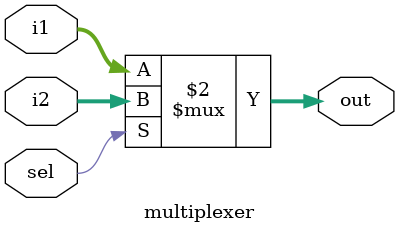
<source format=v>
module multiplexer (i1,i2,sel,out);

input [31:0] i1,i2;
output [31:0] out; 
input sel;

assign out = (!sel) ? i1 : i2;

endmodule


</source>
